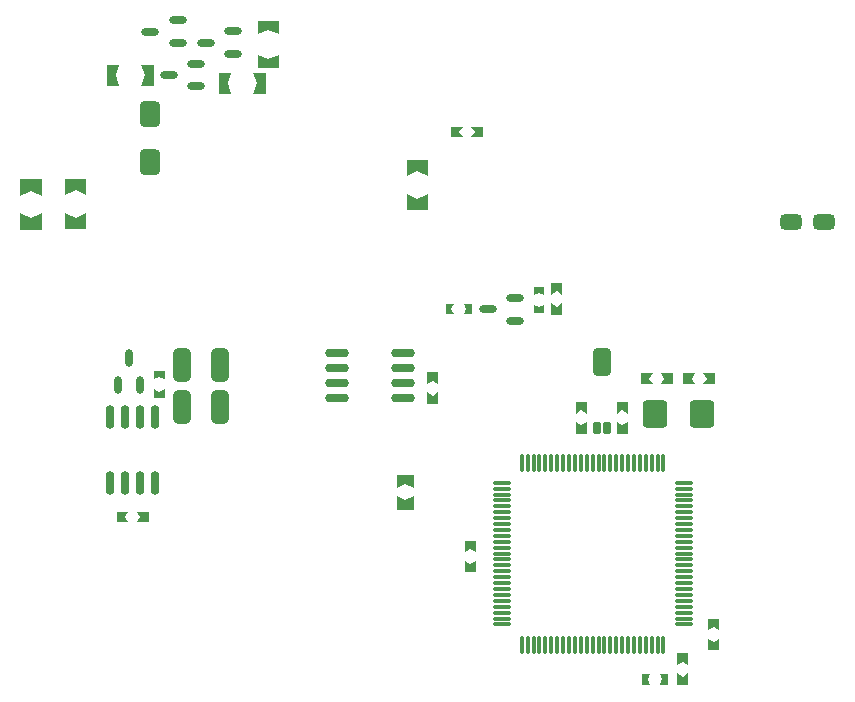
<source format=gbp>
G04 Layer_Color=128*
%FSLAX24Y24*%
%MOIN*%
G70*
G01*
G75*
%ADD76O,0.0800X0.0295*%
G04:AMPARAMS|DCode=77|XSize=110.2mil|YSize=59.1mil|CornerRadius=14.8mil|HoleSize=0mil|Usage=FLASHONLY|Rotation=270.000|XOffset=0mil|YOffset=0mil|HoleType=Round|Shape=RoundedRectangle|*
%AMROUNDEDRECTD77*
21,1,0.1102,0.0295,0,0,270.0*
21,1,0.0807,0.0591,0,0,270.0*
1,1,0.0295,-0.0148,-0.0404*
1,1,0.0295,-0.0148,0.0404*
1,1,0.0295,0.0148,0.0404*
1,1,0.0295,0.0148,-0.0404*
%
%ADD77ROUNDEDRECTD77*%
%ADD79O,0.0295X0.0800*%
G04:AMPARAMS|DCode=80|XSize=70.9mil|YSize=51.2mil|CornerRadius=12.8mil|HoleSize=0mil|Usage=FLASHONLY|Rotation=0.000|XOffset=0mil|YOffset=0mil|HoleType=Round|Shape=RoundedRectangle|*
%AMROUNDEDRECTD80*
21,1,0.0709,0.0256,0,0,0.0*
21,1,0.0453,0.0512,0,0,0.0*
1,1,0.0256,0.0226,-0.0128*
1,1,0.0256,-0.0226,-0.0128*
1,1,0.0256,-0.0226,0.0128*
1,1,0.0256,0.0226,0.0128*
%
%ADD80ROUNDEDRECTD80*%
%ADD82O,0.0281X0.0591*%
%ADD83O,0.0591X0.0281*%
G04:AMPARAMS|DCode=84|XSize=86.6mil|YSize=68.9mil|CornerRadius=17.2mil|HoleSize=0mil|Usage=FLASHONLY|Rotation=90.000|XOffset=0mil|YOffset=0mil|HoleType=Round|Shape=RoundedRectangle|*
%AMROUNDEDRECTD84*
21,1,0.0866,0.0344,0,0,90.0*
21,1,0.0522,0.0689,0,0,90.0*
1,1,0.0344,0.0172,0.0261*
1,1,0.0344,0.0172,-0.0261*
1,1,0.0344,-0.0172,-0.0261*
1,1,0.0344,-0.0172,0.0261*
%
%ADD84ROUNDEDRECTD84*%
G04:AMPARAMS|DCode=85|XSize=90.6mil|YSize=82.7mil|CornerRadius=12.4mil|HoleSize=0mil|Usage=FLASHONLY|Rotation=270.000|XOffset=0mil|YOffset=0mil|HoleType=Round|Shape=RoundedRectangle|*
%AMROUNDEDRECTD85*
21,1,0.0906,0.0579,0,0,270.0*
21,1,0.0657,0.0827,0,0,270.0*
1,1,0.0248,-0.0289,-0.0329*
1,1,0.0248,-0.0289,0.0329*
1,1,0.0248,0.0289,0.0329*
1,1,0.0248,0.0289,-0.0329*
%
%ADD85ROUNDEDRECTD85*%
%ADD86O,0.0630X0.0118*%
%ADD87O,0.0118X0.0630*%
G04:AMPARAMS|DCode=88|XSize=43.3mil|YSize=23.6mil|CornerRadius=5.9mil|HoleSize=0mil|Usage=FLASHONLY|Rotation=90.000|XOffset=0mil|YOffset=0mil|HoleType=Round|Shape=RoundedRectangle|*
%AMROUNDEDRECTD88*
21,1,0.0433,0.0118,0,0,90.0*
21,1,0.0315,0.0236,0,0,90.0*
1,1,0.0118,0.0059,0.0157*
1,1,0.0118,0.0059,-0.0157*
1,1,0.0118,-0.0059,-0.0157*
1,1,0.0118,-0.0059,0.0157*
%
%ADD88ROUNDEDRECTD88*%
G04:AMPARAMS|DCode=89|XSize=94.5mil|YSize=59.1mil|CornerRadius=14.8mil|HoleSize=0mil|Usage=FLASHONLY|Rotation=90.000|XOffset=0mil|YOffset=0mil|HoleType=Round|Shape=RoundedRectangle|*
%AMROUNDEDRECTD89*
21,1,0.0945,0.0295,0,0,90.0*
21,1,0.0650,0.0591,0,0,90.0*
1,1,0.0295,0.0148,0.0325*
1,1,0.0295,0.0148,-0.0325*
1,1,0.0295,-0.0148,-0.0325*
1,1,0.0295,-0.0148,0.0325*
%
%ADD89ROUNDEDRECTD89*%
G36*
X48957Y32067D02*
X48780Y32185D01*
X48602Y32067D01*
Y32461D01*
X48957D01*
Y32067D01*
D02*
G37*
G36*
X50325Y32067D02*
X50148Y32185D01*
X49971Y32067D01*
Y32461D01*
X50325D01*
Y32067D01*
D02*
G37*
G36*
Y31398D02*
X49971D01*
Y31791D01*
X50148Y31673D01*
X50325Y31791D01*
Y31398D01*
D02*
G37*
G36*
X43199Y29577D02*
X42913Y29705D01*
X42628Y29577D01*
Y30030D01*
X43199D01*
Y29577D01*
D02*
G37*
G36*
X48957Y31398D02*
X48602D01*
Y31791D01*
X48780Y31673D01*
X48957Y31791D01*
Y31398D01*
D02*
G37*
G36*
X43996Y32382D02*
X43642D01*
Y32776D01*
X43819Y32657D01*
X43996Y32776D01*
Y32382D01*
D02*
G37*
G36*
X51821Y33051D02*
X51427D01*
X51545Y33228D01*
X51427Y33406D01*
X51821D01*
Y33051D01*
D02*
G37*
G36*
X52451Y33228D02*
X52569Y33051D01*
X52175D01*
Y33406D01*
X52569D01*
X52451Y33228D01*
D02*
G37*
G36*
X51034D02*
X51152Y33051D01*
X50758D01*
Y33406D01*
X51152D01*
X51034Y33228D01*
D02*
G37*
G36*
X34892Y32598D02*
X34537D01*
Y32874D01*
X34715Y32795D01*
X34892Y32874D01*
Y32598D01*
D02*
G37*
G36*
X43996Y33051D02*
X43819Y33169D01*
X43642Y33051D01*
Y33445D01*
X43996D01*
Y33051D01*
D02*
G37*
G36*
X52333Y23681D02*
X52156Y23799D01*
X51978Y23681D01*
Y24075D01*
X52333D01*
Y23681D01*
D02*
G37*
G36*
X53366Y24173D02*
X53012D01*
Y24567D01*
X53189Y24449D01*
X53366Y24567D01*
Y24173D01*
D02*
G37*
G36*
X52333Y23012D02*
X51978D01*
Y23406D01*
X52156Y23287D01*
X52333Y23406D01*
Y23012D01*
D02*
G37*
G36*
X50984Y23209D02*
X51063Y23032D01*
X50788D01*
Y23386D01*
X51063D01*
X50984Y23209D01*
D02*
G37*
G36*
X51673Y23032D02*
X51398D01*
X51476Y23209D01*
X51398Y23386D01*
X51673D01*
Y23032D01*
D02*
G37*
G36*
X53366Y24843D02*
X53189Y24961D01*
X53012Y24843D01*
Y25236D01*
X53366D01*
Y24843D01*
D02*
G37*
G36*
X34350Y28445D02*
X33957D01*
X34075Y28622D01*
X33957Y28799D01*
X34350D01*
Y28445D01*
D02*
G37*
G36*
X43199Y28868D02*
X42628D01*
Y29321D01*
X42913Y29193D01*
X43199Y29321D01*
Y28868D01*
D02*
G37*
G36*
X33563Y28622D02*
X33681Y28445D01*
X33287D01*
Y28799D01*
X33681D01*
X33563Y28622D01*
D02*
G37*
G36*
X45256Y26772D02*
X44902D01*
Y27165D01*
X45079Y27047D01*
X45256Y27165D01*
Y26772D01*
D02*
G37*
G36*
Y27441D02*
X45079Y27559D01*
X44902Y27441D01*
Y27835D01*
X45256D01*
Y27441D01*
D02*
G37*
G36*
X44705Y41457D02*
X44823Y41280D01*
X44429D01*
Y41634D01*
X44823D01*
X44705Y41457D01*
D02*
G37*
G36*
X45492Y41280D02*
X45098D01*
X45217Y41457D01*
X45098Y41634D01*
X45492D01*
Y41280D01*
D02*
G37*
G36*
X43661Y39980D02*
X43307Y40138D01*
X42953Y39980D01*
Y40532D01*
X43661D01*
Y39980D01*
D02*
G37*
G36*
X30787Y39331D02*
X30433Y39488D01*
X30079Y39331D01*
Y39882D01*
X30787D01*
Y39331D01*
D02*
G37*
G36*
X32283Y39350D02*
X31929Y39508D01*
X31575Y39350D01*
Y39902D01*
X32283D01*
Y39350D01*
D02*
G37*
G36*
X36998Y43071D02*
X37116Y42726D01*
X36703D01*
Y43415D01*
X37116D01*
X36998Y43071D01*
D02*
G37*
G36*
X38691Y43593D02*
X38002D01*
Y44006D01*
X38346Y43888D01*
X38691Y44006D01*
Y43593D01*
D02*
G37*
G36*
Y44734D02*
X38346Y44852D01*
X38002Y44734D01*
Y45148D01*
X38691D01*
Y44734D01*
D02*
G37*
G36*
X34518Y43002D02*
X34104D01*
X34222Y43346D01*
X34104Y43691D01*
X34518D01*
Y43002D01*
D02*
G37*
G36*
X38258Y42726D02*
X37844D01*
X37963Y43071D01*
X37844Y43415D01*
X38258D01*
Y42726D01*
D02*
G37*
G36*
X33258Y43346D02*
X33376Y43002D01*
X32963D01*
Y43691D01*
X33376D01*
X33258Y43346D01*
D02*
G37*
G36*
X45138Y35374D02*
X44862D01*
X44941Y35551D01*
X44862Y35728D01*
X45138D01*
Y35374D01*
D02*
G37*
G36*
X47539Y35413D02*
X47185D01*
Y35689D01*
X47362Y35610D01*
X47539Y35689D01*
Y35413D01*
D02*
G37*
G36*
X44449Y35551D02*
X44528Y35374D01*
X44252D01*
Y35728D01*
X44528D01*
X44449Y35551D01*
D02*
G37*
G36*
X53238Y33051D02*
X52845D01*
X52963Y33228D01*
X52845Y33406D01*
X53238D01*
Y33051D01*
D02*
G37*
G36*
X34892Y33208D02*
X34715Y33287D01*
X34537Y33208D01*
Y33484D01*
X34892D01*
Y33208D01*
D02*
G37*
G36*
X48130Y35354D02*
X47776D01*
Y35748D01*
X47953Y35630D01*
X48130Y35748D01*
Y35354D01*
D02*
G37*
G36*
X32283Y38209D02*
X31575D01*
Y38760D01*
X31929Y38602D01*
X32283Y38760D01*
Y38209D01*
D02*
G37*
G36*
X43661Y38839D02*
X42953D01*
Y39390D01*
X43307Y39232D01*
X43661Y39390D01*
Y38839D01*
D02*
G37*
G36*
X30787Y38189D02*
X30079D01*
Y38740D01*
X30433Y38583D01*
X30787Y38740D01*
Y38189D01*
D02*
G37*
G36*
X47539Y36023D02*
X47362Y36102D01*
X47185Y36023D01*
Y36299D01*
X47539D01*
Y36023D01*
D02*
G37*
G36*
X48130Y36024D02*
X47953Y36142D01*
X47776Y36024D01*
Y36417D01*
X48130D01*
Y36024D01*
D02*
G37*
D76*
X42820Y33575D02*
D03*
X40620D02*
D03*
X42820Y34075D02*
D03*
X40620D02*
D03*
X42820Y32575D02*
D03*
Y33075D02*
D03*
X40620D02*
D03*
Y32575D02*
D03*
D77*
X36742Y33691D02*
D03*
X35482D02*
D03*
X36742Y32293D02*
D03*
X35482D02*
D03*
D79*
X34567Y29764D02*
D03*
X34067D02*
D03*
Y31964D02*
D03*
X34567D02*
D03*
X33067Y29764D02*
D03*
Y31964D02*
D03*
X33567Y29764D02*
D03*
Y31964D02*
D03*
D80*
X55765Y38465D02*
D03*
X56865D02*
D03*
D82*
X34075Y33012D02*
D03*
X33327D02*
D03*
X33701Y33922D02*
D03*
D83*
X45650Y35538D02*
D03*
X46560Y35912D02*
D03*
Y35164D02*
D03*
X37175Y44809D02*
D03*
Y44061D02*
D03*
X36265Y44435D02*
D03*
X35940Y43720D02*
D03*
Y42972D02*
D03*
X35030Y43346D02*
D03*
X35319Y45177D02*
D03*
Y44429D02*
D03*
X34409Y44803D02*
D03*
D84*
Y40453D02*
D03*
Y42067D02*
D03*
D85*
X51221Y32067D02*
D03*
X52795D02*
D03*
D86*
X52185Y29764D02*
D03*
Y29567D02*
D03*
Y29370D02*
D03*
Y29173D02*
D03*
Y28976D02*
D03*
Y28780D02*
D03*
Y28583D02*
D03*
Y28386D02*
D03*
Y28189D02*
D03*
Y27992D02*
D03*
Y27795D02*
D03*
Y27598D02*
D03*
X46122D02*
D03*
Y27795D02*
D03*
Y27992D02*
D03*
Y28189D02*
D03*
Y28386D02*
D03*
Y28583D02*
D03*
Y28780D02*
D03*
Y28976D02*
D03*
Y29173D02*
D03*
Y29370D02*
D03*
Y29567D02*
D03*
Y29764D02*
D03*
X52185Y27205D02*
D03*
Y27008D02*
D03*
Y26811D02*
D03*
Y26614D02*
D03*
Y26417D02*
D03*
Y26221D02*
D03*
Y26024D02*
D03*
Y25827D02*
D03*
Y25630D02*
D03*
Y25433D02*
D03*
Y25236D02*
D03*
Y25039D02*
D03*
X46122D02*
D03*
Y25236D02*
D03*
Y25433D02*
D03*
Y25630D02*
D03*
Y25827D02*
D03*
Y26024D02*
D03*
Y26221D02*
D03*
Y26417D02*
D03*
Y26614D02*
D03*
Y26811D02*
D03*
Y27008D02*
D03*
Y27205D02*
D03*
X52185Y27402D02*
D03*
X46122D02*
D03*
D87*
X49351Y30433D02*
D03*
X49547D02*
D03*
X49744D02*
D03*
X49941D02*
D03*
X50138D02*
D03*
X50335D02*
D03*
X50532D02*
D03*
X50728D02*
D03*
X50925D02*
D03*
X51122D02*
D03*
X51319D02*
D03*
X51516D02*
D03*
X46791D02*
D03*
X46988D02*
D03*
X47185D02*
D03*
X47382D02*
D03*
X47579D02*
D03*
X47776D02*
D03*
X47973D02*
D03*
X48169D02*
D03*
X48366D02*
D03*
X48563D02*
D03*
X48760D02*
D03*
X48957D02*
D03*
X51516Y24370D02*
D03*
X51319D02*
D03*
X51122D02*
D03*
X50925D02*
D03*
X50728D02*
D03*
X50532D02*
D03*
X50335D02*
D03*
X50138D02*
D03*
X49941D02*
D03*
X49744D02*
D03*
X49547D02*
D03*
X49351D02*
D03*
X48957D02*
D03*
X48760D02*
D03*
X48563D02*
D03*
X48366D02*
D03*
X48169D02*
D03*
X47973D02*
D03*
X47776D02*
D03*
X47579D02*
D03*
X47382D02*
D03*
X47185D02*
D03*
X46988D02*
D03*
X46791D02*
D03*
X49154Y30433D02*
D03*
Y24370D02*
D03*
D88*
X49291Y31595D02*
D03*
X49646D02*
D03*
D89*
X49469Y33780D02*
D03*
M02*

</source>
